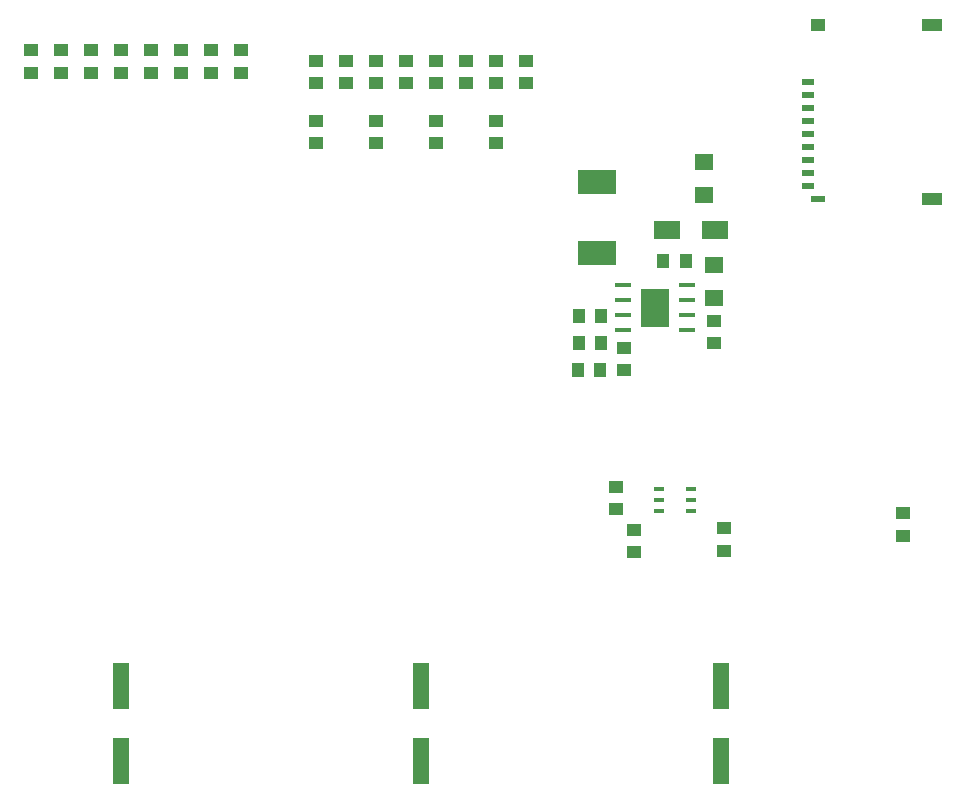
<source format=gbr>
G04 DipTrace 3.3.0.0*
G04 TopPaste.gbr*
%MOIN*%
G04 #@! TF.FileFunction,Paste,Top*
G04 #@! TF.Part,Single*
%ADD59R,0.035307X0.015622*%
%ADD61R,0.09515X0.130189*%
%ADD63R,0.054992X0.016016*%
%ADD73R,0.129795X0.08452*%
%ADD75R,0.047118X0.023496*%
%ADD77R,0.047118X0.039244*%
%ADD79R,0.07074X0.039244*%
%ADD81R,0.043181X0.019559*%
%ADD91R,0.090425X0.058929*%
%ADD93R,0.062866X0.054992*%
%ADD95R,0.043181X0.051055*%
%ADD97R,0.051055X0.043181*%
%ADD99R,0.054992X0.155386*%
%FSLAX26Y26*%
G04*
G70*
G90*
G75*
G01*
G04 TopPaste*
%LPD*%
D99*
X1094000Y1069000D3*
Y1317031D3*
D97*
X1844000Y3326480D3*
Y3401283D3*
X2044000Y3326480D3*
Y3401283D3*
X2244000Y3326480D3*
Y3401283D3*
X2444000Y3326480D3*
Y3401283D3*
D99*
X2094000Y1069000D3*
Y1317031D3*
D97*
X894000Y3361717D3*
Y3436520D3*
X1094000Y3361717D3*
Y3436520D3*
X1294000Y3361717D3*
Y3436520D3*
X1494000Y3361717D3*
Y3436520D3*
D99*
X3094000Y1069000D3*
Y1317031D3*
D95*
X2903000Y2734000D3*
X2977803D3*
D93*
X3072000Y2721000D3*
Y2610764D3*
D95*
X2695000Y2552000D3*
X2620197D3*
D93*
X3038766Y2954021D3*
Y3064257D3*
D91*
X2916000Y2838000D3*
X3073480D3*
D81*
X3384000Y3332000D3*
Y3288693D3*
Y3245386D3*
Y3202079D3*
Y3158772D3*
Y3115465D3*
Y3072157D3*
Y3028850D3*
Y2985543D3*
D79*
X3799354Y3520189D3*
D77*
X3417465D3*
D75*
Y2942236D3*
D79*
X3799354D3*
D73*
X2682554Y2760291D3*
Y2998480D3*
D97*
X1744000Y3201283D3*
Y3126480D3*
X1944000Y3201283D3*
Y3126480D3*
X2144000Y3201283D3*
Y3126480D3*
X2344000Y3201283D3*
Y3126480D3*
X3072000Y2461000D3*
Y2535803D3*
X1744000Y3401283D3*
Y3326480D3*
X1944000Y3401283D3*
Y3326480D3*
X2144000Y3401283D3*
Y3326480D3*
X2344000Y3401283D3*
Y3326480D3*
X794000Y3436520D3*
Y3361717D3*
X994000Y3436520D3*
Y3361717D3*
X1194000Y3436520D3*
Y3361717D3*
X1394000Y3436520D3*
Y3361717D3*
D95*
X2695000Y2461000D3*
X2620197D3*
X2617000Y2370000D3*
X2691803D3*
D97*
X2773000D3*
Y2444803D3*
D63*
X2770045Y2654052D3*
Y2604052D3*
Y2554052D3*
Y2504052D3*
X2982643D3*
Y2554052D3*
Y2604052D3*
Y2654052D3*
D61*
X2876344Y2579052D3*
D59*
X2994000Y1900250D3*
Y1937652D3*
Y1975053D3*
X2887701D3*
Y1937652D3*
Y1900250D3*
D97*
X2806500Y1837750D3*
Y1762947D3*
X3106500Y1844000D3*
Y1769197D3*
X2744000Y1906500D3*
Y1981303D3*
X3700249Y1894000D3*
Y1819197D3*
M02*

</source>
